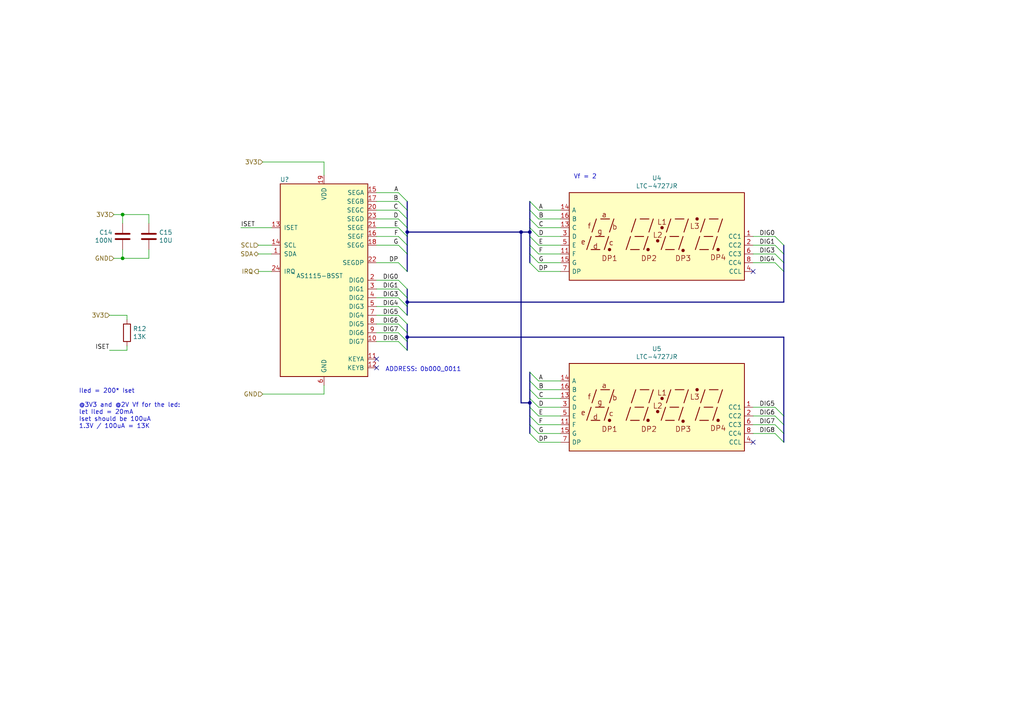
<source format=kicad_sch>
(kicad_sch (version 20211123) (generator eeschema)
  (paper "A4")
  (lib_symbols
    (symbol "Device:C" (pin_numbers hide) (pin_names (offset 0.254))
      (property "Reference" "C" (at 0.635 2.54 0))
      (property "Value" "C" (at 0.635 -2.54 0))
      (symbol "C_0_1"
        (polyline (pts (xy -2.032 -0.762) (xy 2.032 -0.762)) (stroke (width 0.508)))
        (polyline (pts (xy -2.032 0.762) (xy 2.032 0.762)) (stroke (width 0.508)))
      )
      (symbol "C_1_1"
        (pin passive line (at 0 3.81 270) (length 2.794) (name "~") (number "1"))
        (pin passive line (at 0 -3.81 90) (length 2.794) (name "~") (number "2"))
      )
    )
    (symbol "Device:R" (pin_numbers hide) (pin_names (offset 0))
      (property "Reference" "R" (at 2.032 0 90))
      (property "Value" "R" (at 0 0 90))
      (symbol "R_0_1"
        (rectangle (start -1.016 -2.54) (end 1.016 2.54) (stroke (width 0.254)))
      )
      (symbol "R_1_1"
        (pin passive line (at 0 3.81 270) (length 1.27) (name "~") (number "1"))
        (pin passive line (at 0 -3.81 90) (length 1.27) (name "~") (number "2"))
      )
    )
    (symbol "william_display:AS1115-BSST" (pin_names (offset 1.016))
      (property "Reference" "U" (at 10.16 30.48 0))
      (property "Value" "AS1115-BSST" (at 0 -1.27 0))
      (symbol "AS1115-BSST_1_1"
        (rectangle (start -12.7 27.94) (end 12.7 -27.94) (stroke (width 0.254)) (fill (type background)))
        (pin bidirectional line (at -15.24 7.62 0) (length 2.54) (name "SDA") (number "1"))
        (pin open_collector line (at 15.24 -17.78 180) (length 2.54) (name "DIG7") (number "10"))
        (pin open_collector line (at 15.24 -22.86 180) (length 2.54) (name "KEYA") (number "11"))
        (pin open_collector line (at 15.24 -25.4 180) (length 2.54) (name "KEYB") (number "12"))
        (pin passive line (at -15.24 15.24 0) (length 2.54) (name "ISET") (number "13"))
        (pin input line (at -15.24 10.16 0) (length 2.54) (name "SCL") (number "14"))
        (pin output line (at 15.24 25.4 180) (length 2.54) (name "SEGA") (number "15"))
        (pin output line (at 15.24 12.7 180) (length 2.54) (name "SEGF") (number "16"))
        (pin output line (at 15.24 22.86 180) (length 2.54) (name "SEGB") (number "17"))
        (pin output line (at 15.24 10.16 180) (length 2.54) (name "SEGG") (number "18"))
        (pin power_in line (at 0 30.48 270) (length 2.54) (name "VDD") (number "19"))
        (pin open_collector line (at 15.24 0 180) (length 2.54) (name "DIG0") (number "2"))
        (pin output line (at 15.24 20.32 180) (length 2.54) (name "SEGC") (number "20"))
        (pin output line (at 15.24 15.24 180) (length 2.54) (name "SEGE") (number "21"))
        (pin output line (at 15.24 5.08 180) (length 2.54) (name "SEGDP") (number "22"))
        (pin output line (at 15.24 17.78 180) (length 2.54) (name "SEGD") (number "23"))
        (pin open_collector line (at -15.24 2.54 0) (length 2.54) (name "IRQ") (number "24"))
        (pin open_collector line (at 15.24 -2.54 180) (length 2.54) (name "DIG1") (number "3"))
        (pin open_collector line (at 15.24 -5.08 180) (length 2.54) (name "DIG2") (number "4"))
        (pin open_collector line (at 15.24 -7.62 180) (length 2.54) (name "DIG3") (number "5"))
        (pin power_in line (at 0 -30.48 90) (length 2.54) (name "GND") (number "6"))
        (pin open_collector line (at 15.24 -10.16 180) (length 2.54) (name "DIG4") (number "7"))
        (pin open_collector line (at 15.24 -12.7 180) (length 2.54) (name "DIG5") (number "8"))
        (pin open_collector line (at 15.24 -15.24 180) (length 2.54) (name "DIG6") (number "9"))
      )
    )
    (symbol "william_display:LTC-4727JR" (pin_names (offset 0.762))
      (property "Reference" "U" (at -24.13 13.97 0))
      (property "Value" "LTC-4727JR" (at 17.78 13.97 0))
      (symbol "LTC-4727JR_0_0"
        (rectangle (start -25.4 12.7) (end 25.4 -12.7) (stroke (width 0.254)) (fill (type background)))
        (polyline (pts (xy -20.32 -3.81) (xy -19.05 0)) (stroke (width 0.254)))
        (polyline (pts (xy -19.05 -3.81) (xy -16.51 -3.81)) (stroke (width 0.254)))
        (polyline (pts (xy -18.796 1.27) (xy -17.526 5.08)) (stroke (width 0.254)))
        (polyline (pts (xy -17.78 0) (xy -15.24 0)) (stroke (width 0.254)))
        (polyline (pts (xy -16.256 5.08) (xy -13.716 5.08)) (stroke (width 0.254)))
        (polyline (pts (xy -15.24 -3.81) (xy -13.97 0)) (stroke (width 0.254)))
        (polyline (pts (xy -13.716 1.27) (xy -12.446 5.08)) (stroke (width 0.254)))
        (polyline (pts (xy -8.89 -3.81) (xy -7.62 0)) (stroke (width 0.254)))
        (polyline (pts (xy -7.62 -3.81) (xy -5.08 -3.81)) (stroke (width 0.254)))
        (polyline (pts (xy -7.366 1.27) (xy -6.096 5.08)) (stroke (width 0.254)))
        (polyline (pts (xy -6.35 0) (xy -3.81 0)) (stroke (width 0.254)))
        (polyline (pts (xy -4.826 5.08) (xy -2.286 5.08)) (stroke (width 0.254)))
        (polyline (pts (xy -3.81 -3.81) (xy -2.54 0)) (stroke (width 0.254)))
        (polyline (pts (xy -2.286 1.27) (xy -1.016 5.08)) (stroke (width 0.254)))
        (polyline (pts (xy 1.27 -3.81) (xy 2.54 0)) (stroke (width 0.254)))
        (polyline (pts (xy 2.54 -3.81) (xy 5.08 -3.81)) (stroke (width 0.254)))
        (polyline (pts (xy 2.794 1.27) (xy 4.064 5.08)) (stroke (width 0.254)))
        (polyline (pts (xy 3.81 0) (xy 6.35 0)) (stroke (width 0.254)))
        (polyline (pts (xy 5.334 5.08) (xy 7.874 5.08)) (stroke (width 0.254)))
        (polyline (pts (xy 6.35 -3.81) (xy 7.62 0)) (stroke (width 0.254)))
        (polyline (pts (xy 7.874 1.27) (xy 9.144 5.08)) (stroke (width 0.254)))
        (polyline (pts (xy 11.176 -3.81) (xy 12.446 0)) (stroke (width 0.254)))
        (polyline (pts (xy 12.446 -3.81) (xy 14.986 -3.81)) (stroke (width 0.254)))
        (polyline (pts (xy 12.7 1.27) (xy 13.97 5.08)) (stroke (width 0.254)))
        (polyline (pts (xy 13.716 0) (xy 16.256 0)) (stroke (width 0.254)))
        (polyline (pts (xy 15.24 5.08) (xy 17.78 5.08)) (stroke (width 0.254)))
        (polyline (pts (xy 16.256 -3.81) (xy 17.526 0)) (stroke (width 0.254)))
        (polyline (pts (xy 17.78 1.27) (xy 19.05 5.08)) (stroke (width 0.254)))
        (text "a" (at -15.24 6.35 0) (effects (font (size 1.524 1.524))))
        (text "b" (at -12.192 2.794 0) (effects (font (size 1.524 1.524))))
        (text "c" (at -13.208 -1.778 0) (effects (font (size 1.524 1.524))))
        (text "d" (at -17.78 -2.794 0) (effects (font (size 1.524 1.524))))
        (text "DP1" (at -13.716 -6.35 0) (effects (font (size 1.524 1.524))))
        (text "DP2" (at -2.286 -6.35 0) (effects (font (size 1.524 1.524))))
        (text "DP3" (at 7.62 -6.35 0) (effects (font (size 1.524 1.524))))
        (text "DP4" (at 17.78 -6.096 0) (effects (font (size 1.524 1.524))))
        (text "e" (at -21.336 -1.524 0) (effects (font (size 1.524 1.524))))
        (text "f" (at -19.558 3.048 0) (effects (font (size 1.524 1.524))))
        (text "g" (at -16.51 1.524 0) (effects (font (size 1.524 1.524))))
        (text "L1" (at 1.524 4.191 0) (effects (font (size 1.524 1.524))))
        (text "L2" (at 0.254 0.4064 0) (effects (font (size 1.524 1.524))))
        (text "L3" (at 10.9982 2.9972 0) (effects (font (size 1.524 1.524))))
      )
      (symbol "LTC-4727JR_0_1"
        (circle (center -13.716 -3.81) (radius 0.3556) (stroke (width 0.254)) (fill (type outline)))
        (circle (center -2.54 -3.81) (radius 0.3556) (stroke (width 0.254)) (fill (type outline)))
        (circle (center 0.254 -1.27) (radius 0.3556) (stroke (width 0.254)) (fill (type outline)))
        (circle (center 1.524 2.54) (radius 0.3556) (stroke (width 0.254)) (fill (type outline)))
        (circle (center 11.684 5.08) (radius 0.3556) (stroke (width 0.254)) (fill (type outline)))
      )
      (symbol "LTC-4727JR_1_0"
        (circle (center 7.62 -4.064) (radius 0.3556) (stroke (width 0.254)) (fill (type outline)))
        (circle (center 17.78 -3.81) (radius 0.3556) (stroke (width 0.254)) (fill (type outline)))
      )
      (symbol "LTC-4727JR_1_1"
        (pin input line (at 27.94 0 180) (length 2.54) (name "CC1") (number "1"))
        (pin input line (at -27.94 -5.08 0) (length 2.54) (name "F") (number "11"))
        (pin input line (at -27.94 2.54 0) (length 2.54) (name "C") (number "13"))
        (pin input line (at -27.94 7.62 0) (length 2.54) (name "A") (number "14"))
        (pin input line (at -27.94 -7.62 0) (length 2.54) (name "G") (number "15"))
        (pin input line (at -27.94 5.08 0) (length 2.54) (name "B") (number "16"))
        (pin input line (at 27.94 -2.54 180) (length 2.54) (name "CC2") (number "2"))
        (pin input line (at -27.94 0 0) (length 2.54) (name "D") (number "3"))
        (pin input line (at 27.94 -10.16 180) (length 2.54) (name "CCL") (number "4"))
        (pin input line (at -27.94 -2.54 0) (length 2.54) (name "E") (number "5"))
        (pin input line (at 27.94 -5.08 180) (length 2.54) (name "CC3") (number "6"))
        (pin input line (at -27.94 -10.16 0) (length 2.54) (name "DP") (number "7"))
        (pin input line (at 27.94 -7.62 180) (length 2.54) (name "CC4") (number "8"))
        (pin no_connect line (at 27.94 3.81 180) (length 2.54) hide (name "~") (number "9"))
      )
    )
  )
  (junction (at 35.56 74.93))
  (junction (at 151.13 67.31))
  (junction (at 153.67 116.84))
  (junction (at 35.56 62.23))
  (junction (at 153.67 67.31))
  (junction (at 118.11 97.79))
  (junction (at 118.11 67.31))
  (junction (at 118.11 87.63))
  (no_connect (at 109.22 106.68))
  (no_connect (at 218.44 128.27))
  (no_connect (at 109.22 104.14))
  (no_connect (at 218.44 78.74))
  (bus_entry (at 153.67 125.73) (size 2.54 2.54))
  (bus_entry (at 153.67 107.95) (size 2.54 2.54))
  (bus_entry (at 224.79 68.58) (size 2.54 2.54))
  (bus_entry (at 224.79 123.19) (size 2.54 2.54))
  (bus_entry (at 115.57 60.96) (size 2.54 2.54))
  (bus_entry (at 115.57 91.44) (size 2.54 2.54))
  (bus_entry (at 224.79 71.12) (size 2.54 2.54))
  (bus_entry (at 115.57 63.5) (size 2.54 2.54))
  (bus_entry (at 153.67 118.11) (size 2.54 2.54))
  (bus_entry (at 115.57 83.82) (size 2.54 2.54))
  (bus_entry (at 153.67 60.96) (size 2.54 2.54))
  (bus_entry (at 224.79 120.65) (size 2.54 2.54))
  (bus_entry (at 115.57 86.36) (size 2.54 2.54))
  (bus_entry (at 224.79 118.11) (size 2.54 2.54))
  (bus_entry (at 115.57 81.28) (size 2.54 2.54))
  (bus_entry (at 224.79 76.2) (size 2.54 2.54))
  (bus_entry (at 153.67 76.2) (size 2.54 2.54))
  (bus_entry (at 153.67 68.58) (size 2.54 2.54))
  (bus_entry (at 115.57 66.04) (size 2.54 2.54))
  (bus_entry (at 153.67 71.12) (size 2.54 2.54))
  (bus_entry (at 115.57 76.2) (size 2.54 2.54))
  (bus_entry (at 224.79 125.73) (size 2.54 2.54))
  (bus_entry (at 153.67 120.65) (size 2.54 2.54))
  (bus_entry (at 115.57 58.42) (size 2.54 2.54))
  (bus_entry (at 115.57 55.88) (size 2.54 2.54))
  (bus_entry (at 224.79 73.66) (size 2.54 2.54))
  (bus_entry (at 153.67 73.66) (size 2.54 2.54))
  (bus_entry (at 153.67 63.5) (size 2.54 2.54))
  (bus_entry (at 115.57 93.98) (size 2.54 2.54))
  (bus_entry (at 115.57 71.12) (size 2.54 2.54))
  (bus_entry (at 115.57 88.9) (size 2.54 2.54))
  (bus_entry (at 115.57 68.58) (size 2.54 2.54))
  (bus_entry (at 153.67 66.04) (size 2.54 2.54))
  (bus_entry (at 153.67 110.49) (size 2.54 2.54))
  (bus_entry (at 115.57 96.52) (size 2.54 2.54))
  (bus_entry (at 153.67 115.57) (size 2.54 2.54))
  (bus_entry (at 153.67 123.19) (size 2.54 2.54))
  (bus_entry (at 153.67 58.42) (size 2.54 2.54))
  (bus_entry (at 115.57 99.06) (size 2.54 2.54))
  (bus_entry (at 153.67 113.03) (size 2.54 2.54))
  (bus (pts (xy 151.13 67.31) (xy 153.67 67.31)))
  (bus (pts (xy 118.11 60.96) (xy 118.11 63.5)))
  (bus (pts (xy 153.67 66.04) (xy 153.67 67.31)))
  (wire (pts (xy 115.57 86.36) (xy 109.22 86.36)))
  (bus (pts (xy 118.11 71.12) (xy 118.11 73.66)))
  (wire (pts (xy 35.56 62.23) (xy 43.18 62.23)))
  (wire (pts (xy 76.2 114.3) (xy 93.98 114.3)))
  (wire (pts (xy 35.56 64.77) (xy 35.56 62.23)))
  (bus (pts (xy 118.11 86.36) (xy 118.11 87.63)))
  (bus (pts (xy 153.67 110.49) (xy 153.67 113.03)))
  (wire (pts (xy 43.18 74.93) (xy 35.56 74.93)))
  (bus (pts (xy 227.33 78.74) (xy 227.33 87.63)))
  (wire (pts (xy 93.98 46.99) (xy 93.98 50.8)))
  (bus (pts (xy 118.11 88.9) (xy 118.11 91.44)))
  (wire (pts (xy 162.56 73.66) (xy 156.21 73.66)))
  (wire (pts (xy 224.79 123.19) (xy 218.44 123.19)))
  (bus (pts (xy 153.67 115.57) (xy 153.67 116.84)))
  (wire (pts (xy 156.21 110.49) (xy 162.56 110.49)))
  (bus (pts (xy 227.33 71.12) (xy 227.33 73.66)))
  (wire (pts (xy 156.21 71.12) (xy 162.56 71.12)))
  (wire (pts (xy 35.56 74.93) (xy 33.02 74.93)))
  (wire (pts (xy 78.74 78.74) (xy 74.93 78.74)))
  (bus (pts (xy 153.67 123.19) (xy 153.67 125.73)))
  (wire (pts (xy 156.21 76.2) (xy 162.56 76.2)))
  (wire (pts (xy 109.22 93.98) (xy 115.57 93.98)))
  (wire (pts (xy 162.56 123.19) (xy 156.21 123.19)))
  (wire (pts (xy 115.57 71.12) (xy 109.22 71.12)))
  (bus (pts (xy 153.67 67.31) (xy 153.67 68.58)))
  (wire (pts (xy 43.18 72.39) (xy 43.18 74.93)))
  (bus (pts (xy 227.33 97.79) (xy 118.11 97.79)))
  (wire (pts (xy 156.21 115.57) (xy 162.56 115.57)))
  (wire (pts (xy 109.22 76.2) (xy 115.57 76.2)))
  (bus (pts (xy 153.67 63.5) (xy 153.67 66.04)))
  (bus (pts (xy 227.33 76.2) (xy 227.33 78.74)))
  (bus (pts (xy 118.11 83.82) (xy 118.11 86.36)))
  (wire (pts (xy 162.56 118.11) (xy 156.21 118.11)))
  (wire (pts (xy 218.44 120.65) (xy 224.79 120.65)))
  (bus (pts (xy 153.67 118.11) (xy 153.67 120.65)))
  (wire (pts (xy 162.56 128.27) (xy 156.21 128.27)))
  (wire (pts (xy 36.83 91.44) (xy 31.75 91.44)))
  (bus (pts (xy 118.11 63.5) (xy 118.11 66.04)))
  (wire (pts (xy 162.56 63.5) (xy 156.21 63.5)))
  (wire (pts (xy 218.44 76.2) (xy 224.79 76.2)))
  (wire (pts (xy 156.21 125.73) (xy 162.56 125.73)))
  (bus (pts (xy 153.67 71.12) (xy 153.67 73.66)))
  (wire (pts (xy 109.22 68.58) (xy 115.57 68.58)))
  (bus (pts (xy 118.11 93.98) (xy 118.11 96.52)))
  (wire (pts (xy 115.57 96.52) (xy 109.22 96.52)))
  (wire (pts (xy 156.21 120.65) (xy 162.56 120.65)))
  (wire (pts (xy 35.56 72.39) (xy 35.56 74.93)))
  (bus (pts (xy 118.11 66.04) (xy 118.11 67.31)))
  (bus (pts (xy 118.11 87.63) (xy 118.11 88.9)))
  (wire (pts (xy 33.02 62.23) (xy 35.56 62.23)))
  (wire (pts (xy 115.57 60.96) (xy 109.22 60.96)))
  (wire (pts (xy 109.22 88.9) (xy 115.57 88.9)))
  (wire (pts (xy 76.2 46.99) (xy 93.98 46.99)))
  (wire (pts (xy 93.98 114.3) (xy 93.98 111.76)))
  (bus (pts (xy 153.67 107.95) (xy 153.67 110.49)))
  (bus (pts (xy 153.67 120.65) (xy 153.67 123.19)))
  (bus (pts (xy 153.67 73.66) (xy 153.67 76.2)))
  (wire (pts (xy 224.79 68.58) (xy 218.44 68.58)))
  (wire (pts (xy 224.79 118.11) (xy 218.44 118.11)))
  (bus (pts (xy 153.67 116.84) (xy 153.67 118.11)))
  (wire (pts (xy 109.22 83.82) (xy 115.57 83.82)))
  (bus (pts (xy 227.33 123.19) (xy 227.33 125.73)))
  (wire (pts (xy 115.57 55.88) (xy 109.22 55.88)))
  (wire (pts (xy 43.18 62.23) (xy 43.18 64.77)))
  (bus (pts (xy 118.11 97.79) (xy 118.11 99.06)))
  (wire (pts (xy 115.57 81.28) (xy 109.22 81.28)))
  (wire (pts (xy 115.57 91.44) (xy 109.22 91.44)))
  (wire (pts (xy 115.57 66.04) (xy 109.22 66.04)))
  (wire (pts (xy 162.56 78.74) (xy 156.21 78.74)))
  (wire (pts (xy 156.21 66.04) (xy 162.56 66.04)))
  (wire (pts (xy 109.22 99.06) (xy 115.57 99.06)))
  (wire (pts (xy 224.79 73.66) (xy 218.44 73.66)))
  (bus (pts (xy 118.11 58.42) (xy 118.11 60.96)))
  (wire (pts (xy 109.22 58.42) (xy 115.57 58.42)))
  (wire (pts (xy 156.21 60.96) (xy 162.56 60.96)))
  (wire (pts (xy 69.85 66.04) (xy 78.74 66.04)))
  (wire (pts (xy 218.44 71.12) (xy 224.79 71.12)))
  (bus (pts (xy 153.67 68.58) (xy 153.67 71.12)))
  (bus (pts (xy 118.11 96.52) (xy 118.11 97.79)))
  (bus (pts (xy 118.11 67.31) (xy 151.13 67.31)))
  (bus (pts (xy 227.33 125.73) (xy 227.33 128.27)))
  (bus (pts (xy 118.11 73.66) (xy 118.11 78.74)))
  (bus (pts (xy 227.33 97.79) (xy 227.33 120.65)))
  (wire (pts (xy 162.56 113.03) (xy 156.21 113.03)))
  (wire (pts (xy 36.83 100.33) (xy 36.83 101.6)))
  (bus (pts (xy 153.67 116.84) (xy 151.13 116.84)))
  (wire (pts (xy 74.93 71.12) (xy 78.74 71.12)))
  (wire (pts (xy 109.22 63.5) (xy 115.57 63.5)))
  (bus (pts (xy 153.67 113.03) (xy 153.67 115.57)))
  (wire (pts (xy 162.56 68.58) (xy 156.21 68.58)))
  (bus (pts (xy 118.11 67.31) (xy 118.11 68.58)))
  (bus (pts (xy 118.11 87.63) (xy 227.33 87.63)))
  (wire (pts (xy 218.44 125.73) (xy 224.79 125.73)))
  (bus (pts (xy 151.13 67.31) (xy 151.13 116.84)))
  (bus (pts (xy 227.33 73.66) (xy 227.33 76.2)))
  (wire (pts (xy 36.83 92.71) (xy 36.83 91.44)))
  (wire (pts (xy 78.74 73.66) (xy 74.93 73.66)))
  (bus (pts (xy 118.11 99.06) (xy 118.11 101.6)))
  (bus (pts (xy 118.11 68.58) (xy 118.11 71.12)))
  (bus (pts (xy 227.33 120.65) (xy 227.33 123.19)))
  (bus (pts (xy 153.67 58.42) (xy 153.67 60.96)))
  (wire (pts (xy 36.83 101.6) (xy 31.75 101.6)))
  (bus (pts (xy 153.67 60.96) (xy 153.67 63.5)))
  (text "Iled = 200* Iset\n\n@3V3 and @2V Vf for the led:\nlet Iled = 20mA\nIset should be 100uA\n1.3V / 100uA = 13K" (at 22.86 124.46 0) (effects (font (size 1.27 1.27)) (justify left bottom)))
  (text "Vf = 2" (at 166.37 52.07 0) (effects (font (size 1.27 1.27)) (justify left bottom)))
  (text "ADDRESS: 0b000_0011\n" (at 111.76 107.95 0) (effects (font (size 1.27 1.27)) (justify left bottom)))
  (label "DIG8" (at 115.57 99.06 180))
  (label "DIG4" (at 224.79 76.2 180))
  (label "DIG4" (at 115.57 88.9 180))
  (label "B" (at 156.21 63.5 0))
  (label "DP" (at 156.21 128.27 0))
  (label "E" (at 156.21 120.65 0))
  (label "DIG6" (at 224.79 120.65 180))
  (label "DIG1" (at 224.79 71.12 180))
  (label "DIG7" (at 224.79 123.19 180))
  (label "F" (at 156.21 73.66 0))
  (label "F" (at 115.57 68.58 180))
  (label "ISET" (at 69.85 66.04 0))
  (label "DP" (at 156.21 78.74 0))
  (label "B" (at 156.21 113.03 0))
  (label "DIG8" (at 224.79 125.73 180))
  (label "DIG0" (at 224.79 68.58 180))
  (label "E" (at 156.21 71.12 0))
  (label "E" (at 115.57 66.04 180))
  (label "DP" (at 115.57 76.2 180))
  (label "A" (at 156.21 60.96 0))
  (label "F" (at 156.21 123.19 0))
  (label "DIG0" (at 115.57 81.28 180))
  (label "DIG5" (at 224.79 118.11 180))
  (label "A" (at 115.57 55.88 180))
  (label "DIG7" (at 115.57 96.52 180))
  (label "DIG3" (at 224.79 73.66 180))
  (label "D" (at 156.21 68.58 0))
  (label "A" (at 156.21 110.49 0))
  (label "G" (at 156.21 125.73 0))
  (label "DIG6" (at 115.57 93.98 180))
  (label "DIG3" (at 115.57 86.36 180))
  (label "DIG1" (at 115.57 83.82 180))
  (label "DIG5" (at 115.57 91.44 180))
  (label "B" (at 115.57 58.42 180))
  (label "D" (at 115.57 63.5 180))
  (label "C" (at 115.57 60.96 180))
  (label "G" (at 156.21 76.2 0))
  (label "G" (at 115.57 71.12 180))
  (label "C" (at 156.21 66.04 0))
  (label "ISET" (at 31.75 101.6 180))
  (label "D" (at 156.21 118.11 0))
  (label "C" (at 156.21 115.57 0))
  (hierarchical_label "IRQ" (shape output) (at 74.93 78.74 180))
  (hierarchical_label "GND" (shape input) (at 76.2 114.3 180))
  (hierarchical_label "3V3" (shape input) (at 33.02 62.23 180))
  (hierarchical_label "3V3" (shape input) (at 76.2 46.99 180))
  (hierarchical_label "3V3" (shape input) (at 31.75 91.44 180))
  (hierarchical_label "GND" (shape input) (at 33.02 74.93 180))
  (hierarchical_label "SCL" (shape input) (at 74.93 71.12 180))
  (hierarchical_label "SDA" (shape bidirectional) (at 74.93 73.66 180))
  (symbol (lib_id "william_display:AS1115-BSST") (at 93.98 81.28 0) (unit 1)
    (property "Reference" "U?" (at 82.55 52.07 0))
    (property "Value" "AS1115-BSST" (at 92.71 80.01 0))
    (property "Footprint" "Package_SO:QSOP-24_3.9x8.7mm_P0.635mm" (effects hide))
    (property "Datasheet" "https://ams.com/documents/20143/36005/AS1115_DS000206_1-00.pdf/3d3e6d35-b184-1329-adf9-2d769eb2404f" (effects hide))
  )
  (symbol (lib_id "william_display:LTC-4727JR") (at 190.5 68.58 0) (unit 1)
    (property "Reference" "U4" (at 190.5 51.6382 0))
    (property "Value" "LTC-4727JR" (at 190.5 53.9496 0))
    (property "Footprint" "william_display:LTC-4X27JR" (effects hide))
    (property "Datasheet" "http://www.kingbrightusa.com/images/catalog/SPEC/CC56-12YWA.pdf" (effects hide))
  )
  (symbol (lib_id "william_display:LTC-4727JR") (at 190.5 118.11 0) (unit 1)
    (property "Reference" "U5" (at 190.5 101.1682 0))
    (property "Value" "LTC-4727JR" (at 190.5 103.4796 0))
    (property "Footprint" "william_display:LTC-4X27JR" (effects hide))
    (property "Datasheet" "http://www.kingbrightusa.com/images/catalog/SPEC/CC56-12YWA.pdf" (effects hide))
  )
  (symbol (lib_id "Device:C") (at 43.18 68.58 0) (unit 1)
    (property "Reference" "C15" (at 46.101 67.4116 0) (effects (justify left)))
    (property "Value" "10U" (at 46.101 69.723 0) (effects (justify left)))
    (property "Footprint" "Capacitor_SMD:C_0805_2012Metric" (effects hide))
  )
  (symbol (lib_id "Device:C") (at 35.56 68.58 0) (mirror x) (unit 1)
    (property "Reference" "C14" (at 32.6644 67.4116 0) (effects (justify right)))
    (property "Value" "100N" (at 32.6644 69.723 0) (effects (justify right)))
    (property "Footprint" "Capacitor_SMD:C_0603_1608Metric" (effects hide))
  )
  (symbol (lib_id "Device:R") (at 36.83 96.52 0) (unit 1)
    (property "Reference" "R12" (at 38.5572 95.3516 0) (effects (justify left)))
    (property "Value" "13K" (at 38.5572 97.663 0) (effects (justify left)))
    (property "Footprint" "Resistor_SMD:R_0603_1608Metric" (effects hide))
  )
)
</source>
